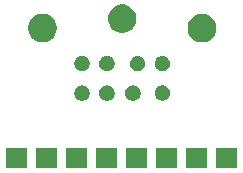
<source format=gbs>
G04 #@! TF.GenerationSoftware,KiCad,Pcbnew,(5.1.0)-1*
G04 #@! TF.CreationDate,2019-10-02T17:07:43-04:00*
G04 #@! TF.ProjectId,MiniDin8Adapter,4d696e69-4469-46e3-9841-646170746572,rev?*
G04 #@! TF.SameCoordinates,Original*
G04 #@! TF.FileFunction,Soldermask,Bot*
G04 #@! TF.FilePolarity,Negative*
%FSLAX46Y46*%
G04 Gerber Fmt 4.6, Leading zero omitted, Abs format (unit mm)*
G04 Created by KiCad (PCBNEW (5.1.0)-1) date 2019-10-02 17:07:43*
%MOMM*%
%LPD*%
G04 APERTURE LIST*
%ADD10C,0.100000*%
G04 APERTURE END LIST*
D10*
G36*
X138946000Y-116276000D02*
G01*
X137194000Y-116276000D01*
X137194000Y-114524000D01*
X138946000Y-114524000D01*
X138946000Y-116276000D01*
X138946000Y-116276000D01*
G37*
G36*
X141486000Y-116276000D02*
G01*
X139734000Y-116276000D01*
X139734000Y-114524000D01*
X141486000Y-114524000D01*
X141486000Y-116276000D01*
X141486000Y-116276000D01*
G37*
G36*
X144026000Y-116276000D02*
G01*
X142274000Y-116276000D01*
X142274000Y-114524000D01*
X144026000Y-114524000D01*
X144026000Y-116276000D01*
X144026000Y-116276000D01*
G37*
G36*
X146566000Y-116276000D02*
G01*
X144814000Y-116276000D01*
X144814000Y-114524000D01*
X146566000Y-114524000D01*
X146566000Y-116276000D01*
X146566000Y-116276000D01*
G37*
G36*
X149106000Y-116276000D02*
G01*
X147354000Y-116276000D01*
X147354000Y-114524000D01*
X149106000Y-114524000D01*
X149106000Y-116276000D01*
X149106000Y-116276000D01*
G37*
G36*
X151646000Y-116276000D02*
G01*
X149894000Y-116276000D01*
X149894000Y-114524000D01*
X151646000Y-114524000D01*
X151646000Y-116276000D01*
X151646000Y-116276000D01*
G37*
G36*
X156726000Y-116276000D02*
G01*
X154974000Y-116276000D01*
X154974000Y-114524000D01*
X156726000Y-114524000D01*
X156726000Y-116276000D01*
X156726000Y-116276000D01*
G37*
G36*
X154186000Y-116276000D02*
G01*
X152434000Y-116276000D01*
X152434000Y-114524000D01*
X154186000Y-114524000D01*
X154186000Y-116276000D01*
X154186000Y-116276000D01*
G37*
G36*
X150589890Y-109274017D02*
G01*
X150708364Y-109323091D01*
X150814988Y-109394335D01*
X150905665Y-109485012D01*
X150976909Y-109591636D01*
X151025983Y-109710110D01*
X151051000Y-109835882D01*
X151051000Y-109964118D01*
X151025983Y-110089890D01*
X150976909Y-110208364D01*
X150905665Y-110314988D01*
X150814988Y-110405665D01*
X150708364Y-110476909D01*
X150708363Y-110476910D01*
X150708362Y-110476910D01*
X150589890Y-110525983D01*
X150464119Y-110551000D01*
X150335881Y-110551000D01*
X150210110Y-110525983D01*
X150091638Y-110476910D01*
X150091637Y-110476910D01*
X150091636Y-110476909D01*
X149985012Y-110405665D01*
X149894335Y-110314988D01*
X149823091Y-110208364D01*
X149774017Y-110089890D01*
X149749000Y-109964118D01*
X149749000Y-109835882D01*
X149774017Y-109710110D01*
X149823091Y-109591636D01*
X149894335Y-109485012D01*
X149985012Y-109394335D01*
X150091636Y-109323091D01*
X150210110Y-109274017D01*
X150335881Y-109249000D01*
X150464119Y-109249000D01*
X150589890Y-109274017D01*
X150589890Y-109274017D01*
G37*
G36*
X148089890Y-109274017D02*
G01*
X148208364Y-109323091D01*
X148314988Y-109394335D01*
X148405665Y-109485012D01*
X148476909Y-109591636D01*
X148525983Y-109710110D01*
X148551000Y-109835882D01*
X148551000Y-109964118D01*
X148525983Y-110089890D01*
X148476909Y-110208364D01*
X148405665Y-110314988D01*
X148314988Y-110405665D01*
X148208364Y-110476909D01*
X148208363Y-110476910D01*
X148208362Y-110476910D01*
X148089890Y-110525983D01*
X147964119Y-110551000D01*
X147835881Y-110551000D01*
X147710110Y-110525983D01*
X147591638Y-110476910D01*
X147591637Y-110476910D01*
X147591636Y-110476909D01*
X147485012Y-110405665D01*
X147394335Y-110314988D01*
X147323091Y-110208364D01*
X147274017Y-110089890D01*
X147249000Y-109964118D01*
X147249000Y-109835882D01*
X147274017Y-109710110D01*
X147323091Y-109591636D01*
X147394335Y-109485012D01*
X147485012Y-109394335D01*
X147591636Y-109323091D01*
X147710110Y-109274017D01*
X147835881Y-109249000D01*
X147964119Y-109249000D01*
X148089890Y-109274017D01*
X148089890Y-109274017D01*
G37*
G36*
X143789890Y-109274017D02*
G01*
X143908364Y-109323091D01*
X144014988Y-109394335D01*
X144105665Y-109485012D01*
X144176909Y-109591636D01*
X144225983Y-109710110D01*
X144251000Y-109835882D01*
X144251000Y-109964118D01*
X144225983Y-110089890D01*
X144176909Y-110208364D01*
X144105665Y-110314988D01*
X144014988Y-110405665D01*
X143908364Y-110476909D01*
X143908363Y-110476910D01*
X143908362Y-110476910D01*
X143789890Y-110525983D01*
X143664119Y-110551000D01*
X143535881Y-110551000D01*
X143410110Y-110525983D01*
X143291638Y-110476910D01*
X143291637Y-110476910D01*
X143291636Y-110476909D01*
X143185012Y-110405665D01*
X143094335Y-110314988D01*
X143023091Y-110208364D01*
X142974017Y-110089890D01*
X142949000Y-109964118D01*
X142949000Y-109835882D01*
X142974017Y-109710110D01*
X143023091Y-109591636D01*
X143094335Y-109485012D01*
X143185012Y-109394335D01*
X143291636Y-109323091D01*
X143410110Y-109274017D01*
X143535881Y-109249000D01*
X143664119Y-109249000D01*
X143789890Y-109274017D01*
X143789890Y-109274017D01*
G37*
G36*
X145889890Y-109274017D02*
G01*
X146008364Y-109323091D01*
X146114988Y-109394335D01*
X146205665Y-109485012D01*
X146276909Y-109591636D01*
X146325983Y-109710110D01*
X146351000Y-109835882D01*
X146351000Y-109964118D01*
X146325983Y-110089890D01*
X146276909Y-110208364D01*
X146205665Y-110314988D01*
X146114988Y-110405665D01*
X146008364Y-110476909D01*
X146008363Y-110476910D01*
X146008362Y-110476910D01*
X145889890Y-110525983D01*
X145764119Y-110551000D01*
X145635881Y-110551000D01*
X145510110Y-110525983D01*
X145391638Y-110476910D01*
X145391637Y-110476910D01*
X145391636Y-110476909D01*
X145285012Y-110405665D01*
X145194335Y-110314988D01*
X145123091Y-110208364D01*
X145074017Y-110089890D01*
X145049000Y-109964118D01*
X145049000Y-109835882D01*
X145074017Y-109710110D01*
X145123091Y-109591636D01*
X145194335Y-109485012D01*
X145285012Y-109394335D01*
X145391636Y-109323091D01*
X145510110Y-109274017D01*
X145635881Y-109249000D01*
X145764119Y-109249000D01*
X145889890Y-109274017D01*
X145889890Y-109274017D01*
G37*
G36*
X148489890Y-106774017D02*
G01*
X148608364Y-106823091D01*
X148714988Y-106894335D01*
X148805665Y-106985012D01*
X148876909Y-107091636D01*
X148925983Y-107210110D01*
X148951000Y-107335882D01*
X148951000Y-107464118D01*
X148925983Y-107589890D01*
X148876909Y-107708364D01*
X148805665Y-107814988D01*
X148714988Y-107905665D01*
X148608364Y-107976909D01*
X148608363Y-107976910D01*
X148608362Y-107976910D01*
X148489890Y-108025983D01*
X148364119Y-108051000D01*
X148235881Y-108051000D01*
X148110110Y-108025983D01*
X147991638Y-107976910D01*
X147991637Y-107976910D01*
X147991636Y-107976909D01*
X147885012Y-107905665D01*
X147794335Y-107814988D01*
X147723091Y-107708364D01*
X147674017Y-107589890D01*
X147649000Y-107464118D01*
X147649000Y-107335882D01*
X147674017Y-107210110D01*
X147723091Y-107091636D01*
X147794335Y-106985012D01*
X147885012Y-106894335D01*
X147991636Y-106823091D01*
X148110110Y-106774017D01*
X148235881Y-106749000D01*
X148364119Y-106749000D01*
X148489890Y-106774017D01*
X148489890Y-106774017D01*
G37*
G36*
X145889890Y-106774017D02*
G01*
X146008364Y-106823091D01*
X146114988Y-106894335D01*
X146205665Y-106985012D01*
X146276909Y-107091636D01*
X146325983Y-107210110D01*
X146351000Y-107335882D01*
X146351000Y-107464118D01*
X146325983Y-107589890D01*
X146276909Y-107708364D01*
X146205665Y-107814988D01*
X146114988Y-107905665D01*
X146008364Y-107976909D01*
X146008363Y-107976910D01*
X146008362Y-107976910D01*
X145889890Y-108025983D01*
X145764119Y-108051000D01*
X145635881Y-108051000D01*
X145510110Y-108025983D01*
X145391638Y-107976910D01*
X145391637Y-107976910D01*
X145391636Y-107976909D01*
X145285012Y-107905665D01*
X145194335Y-107814988D01*
X145123091Y-107708364D01*
X145074017Y-107589890D01*
X145049000Y-107464118D01*
X145049000Y-107335882D01*
X145074017Y-107210110D01*
X145123091Y-107091636D01*
X145194335Y-106985012D01*
X145285012Y-106894335D01*
X145391636Y-106823091D01*
X145510110Y-106774017D01*
X145635881Y-106749000D01*
X145764119Y-106749000D01*
X145889890Y-106774017D01*
X145889890Y-106774017D01*
G37*
G36*
X143789890Y-106774017D02*
G01*
X143908364Y-106823091D01*
X144014988Y-106894335D01*
X144105665Y-106985012D01*
X144176909Y-107091636D01*
X144225983Y-107210110D01*
X144251000Y-107335882D01*
X144251000Y-107464118D01*
X144225983Y-107589890D01*
X144176909Y-107708364D01*
X144105665Y-107814988D01*
X144014988Y-107905665D01*
X143908364Y-107976909D01*
X143908363Y-107976910D01*
X143908362Y-107976910D01*
X143789890Y-108025983D01*
X143664119Y-108051000D01*
X143535881Y-108051000D01*
X143410110Y-108025983D01*
X143291638Y-107976910D01*
X143291637Y-107976910D01*
X143291636Y-107976909D01*
X143185012Y-107905665D01*
X143094335Y-107814988D01*
X143023091Y-107708364D01*
X142974017Y-107589890D01*
X142949000Y-107464118D01*
X142949000Y-107335882D01*
X142974017Y-107210110D01*
X143023091Y-107091636D01*
X143094335Y-106985012D01*
X143185012Y-106894335D01*
X143291636Y-106823091D01*
X143410110Y-106774017D01*
X143535881Y-106749000D01*
X143664119Y-106749000D01*
X143789890Y-106774017D01*
X143789890Y-106774017D01*
G37*
G36*
X150589890Y-106774017D02*
G01*
X150708364Y-106823091D01*
X150814988Y-106894335D01*
X150905665Y-106985012D01*
X150976909Y-107091636D01*
X151025983Y-107210110D01*
X151051000Y-107335882D01*
X151051000Y-107464118D01*
X151025983Y-107589890D01*
X150976909Y-107708364D01*
X150905665Y-107814988D01*
X150814988Y-107905665D01*
X150708364Y-107976909D01*
X150708363Y-107976910D01*
X150708362Y-107976910D01*
X150589890Y-108025983D01*
X150464119Y-108051000D01*
X150335881Y-108051000D01*
X150210110Y-108025983D01*
X150091638Y-107976910D01*
X150091637Y-107976910D01*
X150091636Y-107976909D01*
X149985012Y-107905665D01*
X149894335Y-107814988D01*
X149823091Y-107708364D01*
X149774017Y-107589890D01*
X149749000Y-107464118D01*
X149749000Y-107335882D01*
X149774017Y-107210110D01*
X149823091Y-107091636D01*
X149894335Y-106985012D01*
X149985012Y-106894335D01*
X150091636Y-106823091D01*
X150210110Y-106774017D01*
X150335881Y-106749000D01*
X150464119Y-106749000D01*
X150589890Y-106774017D01*
X150589890Y-106774017D01*
G37*
G36*
X140600318Y-103245153D02*
G01*
X140818885Y-103335687D01*
X140818887Y-103335688D01*
X141015593Y-103467122D01*
X141182878Y-103634407D01*
X141314312Y-103831113D01*
X141314313Y-103831115D01*
X141404847Y-104049682D01*
X141451000Y-104281710D01*
X141451000Y-104518290D01*
X141404847Y-104750318D01*
X141314313Y-104968885D01*
X141314312Y-104968887D01*
X141182878Y-105165593D01*
X141015593Y-105332878D01*
X140818887Y-105464312D01*
X140818886Y-105464313D01*
X140818885Y-105464313D01*
X140600318Y-105554847D01*
X140368290Y-105601000D01*
X140131710Y-105601000D01*
X139899682Y-105554847D01*
X139681115Y-105464313D01*
X139681114Y-105464313D01*
X139681113Y-105464312D01*
X139484407Y-105332878D01*
X139317122Y-105165593D01*
X139185688Y-104968887D01*
X139185687Y-104968885D01*
X139095153Y-104750318D01*
X139049000Y-104518290D01*
X139049000Y-104281710D01*
X139095153Y-104049682D01*
X139185687Y-103831115D01*
X139185688Y-103831113D01*
X139317122Y-103634407D01*
X139484407Y-103467122D01*
X139681113Y-103335688D01*
X139681115Y-103335687D01*
X139899682Y-103245153D01*
X140131710Y-103199000D01*
X140368290Y-103199000D01*
X140600318Y-103245153D01*
X140600318Y-103245153D01*
G37*
G36*
X154100318Y-103245153D02*
G01*
X154318885Y-103335687D01*
X154318887Y-103335688D01*
X154515593Y-103467122D01*
X154682878Y-103634407D01*
X154814312Y-103831113D01*
X154814313Y-103831115D01*
X154904847Y-104049682D01*
X154951000Y-104281710D01*
X154951000Y-104518290D01*
X154904847Y-104750318D01*
X154814313Y-104968885D01*
X154814312Y-104968887D01*
X154682878Y-105165593D01*
X154515593Y-105332878D01*
X154318887Y-105464312D01*
X154318886Y-105464313D01*
X154318885Y-105464313D01*
X154100318Y-105554847D01*
X153868290Y-105601000D01*
X153631710Y-105601000D01*
X153399682Y-105554847D01*
X153181115Y-105464313D01*
X153181114Y-105464313D01*
X153181113Y-105464312D01*
X152984407Y-105332878D01*
X152817122Y-105165593D01*
X152685688Y-104968887D01*
X152685687Y-104968885D01*
X152595153Y-104750318D01*
X152549000Y-104518290D01*
X152549000Y-104281710D01*
X152595153Y-104049682D01*
X152685687Y-103831115D01*
X152685688Y-103831113D01*
X152817122Y-103634407D01*
X152984407Y-103467122D01*
X153181113Y-103335688D01*
X153181115Y-103335687D01*
X153399682Y-103245153D01*
X153631710Y-103199000D01*
X153868290Y-103199000D01*
X154100318Y-103245153D01*
X154100318Y-103245153D01*
G37*
G36*
X147350318Y-102445153D02*
G01*
X147568885Y-102535687D01*
X147568887Y-102535688D01*
X147765593Y-102667122D01*
X147932878Y-102834407D01*
X148064312Y-103031113D01*
X148064313Y-103031115D01*
X148154847Y-103249682D01*
X148201000Y-103481710D01*
X148201000Y-103718290D01*
X148154847Y-103950318D01*
X148064313Y-104168885D01*
X148064312Y-104168887D01*
X147932878Y-104365593D01*
X147765593Y-104532878D01*
X147568887Y-104664312D01*
X147568886Y-104664313D01*
X147568885Y-104664313D01*
X147350318Y-104754847D01*
X147118290Y-104801000D01*
X146881710Y-104801000D01*
X146649682Y-104754847D01*
X146431115Y-104664313D01*
X146431114Y-104664313D01*
X146431113Y-104664312D01*
X146234407Y-104532878D01*
X146067122Y-104365593D01*
X145935688Y-104168887D01*
X145935687Y-104168885D01*
X145845153Y-103950318D01*
X145799000Y-103718290D01*
X145799000Y-103481710D01*
X145845153Y-103249682D01*
X145935687Y-103031115D01*
X145935688Y-103031113D01*
X146067122Y-102834407D01*
X146234407Y-102667122D01*
X146431113Y-102535688D01*
X146431115Y-102535687D01*
X146649682Y-102445153D01*
X146881710Y-102399000D01*
X147118290Y-102399000D01*
X147350318Y-102445153D01*
X147350318Y-102445153D01*
G37*
M02*

</source>
